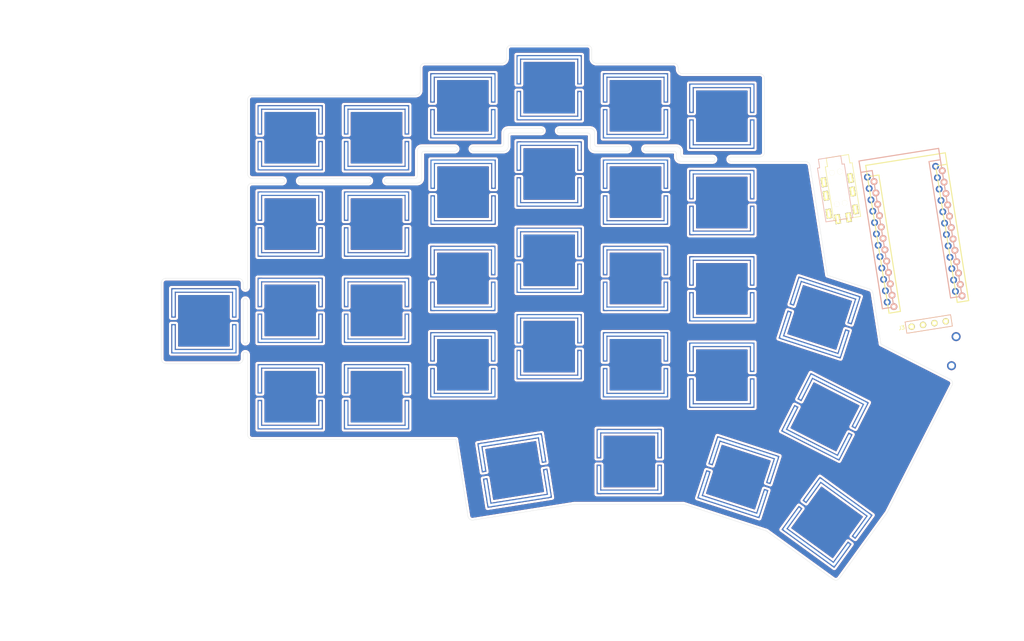
<source format=kicad_pcb>
(kicad_pcb (version 20171130) (host pcbnew 5.1.9-73d0e3b20d~88~ubuntu18.04.1)
  (layers (0 F.Cu signal) (31 B.Cu signal) (34 B.Paste user) (35 F.Paste user) (36 B.SilkS user) (37 F.SilkS user) (38 B.Mask user) (39 F.Mask user) (44 Edge.Cuts user))
  (net 0 "")
  (module used_footprints:Switch_Reset_THT (layer F.Cu) (at 251.45 98.1 81)
    (fp_text reference SW32 hide)
    (fp_text value SW_Push hide)
    (pad 2 thru_hole circle (at -3.25 0 81) (size 2 2) (drill 1.3) (layers *.Cu *.Mask))
    (pad 1 thru_hole circle (at 3.25 0 81) (size 2 2) (drill 1.3) (layers *.Cu *.Mask))
  )
  (module used_footprints:metallized_breakout_cutout (layer F.Cu) (at 221.832335 90.660202 162)
    (fp_text reference SW20)
    (fp_text value SW_Push hide)
    (pad 1 thru_hole custom (at -6.7 3.95 162) (size 1 6.5) (drill oval 0.5 6) (layers *.Cu *.Mask) (options (clearance outline) (anchor rect)) (primitives))
    (pad 1 thru_hole custom (at -6.7 -3.95 162) (size 1 6.5) (drill oval 0.5 6) (layers *.Cu *.Mask) (options (clearance outline) (anchor rect)) (primitives))
    (pad 1 thru_hole custom (at 6.7 3.95 342) (size 1 6.5) (drill oval 0.5 6) (layers *.Cu *.Mask) (options (clearance outline) (anchor rect)) (primitives))
    (pad 1 thru_hole custom (at 0 -6.7 252) (size 1 14) (drill oval 0.5 13.5) (layers *.Cu *.Mask) (options (clearance outline) (anchor rect)) (primitives))
    (pad 1 thru_hole custom (at 0 6.7 72) (size 1 14) (drill oval 0.5 13.5) (layers *.Cu *.Mask) (options (clearance outline) (anchor rect)) (primitives))
    (pad 1 thru_hole custom (at 6.7 -3.95 342) (size 1 6.5) (drill oval 0.5 6) (layers *.Cu *.Mask) (options (clearance outline) (anchor rect)) (primitives))
  )
  (module used_footprints:MJ-4PP-9 (layer F.Cu) (at 226.05 56.968467 9)
    (fp_text reference J1 hide)
    (fp_text value TRRS hide)
    (fp_line (start 0.75 0) (end 0.75 -1.9) (layer B.SilkS) (width 0.15))
    (fp_line (start 1.25 0) (end 0.75 0) (layer B.SilkS) (width 0.15))
    (fp_line (start -4.2 -1.9) (end 0.75 -1.9) (layer B.SilkS) (width 0.15))
    (fp_line (start -4.25 0) (end -4.25 -1.9) (layer B.SilkS) (width 0.15))
    (fp_line (start -2.5 -1.9) (end 2.5 -1.9) (layer F.SilkS) (width 0.15))
    (fp_line (start 3 0) (end 2.5 0) (layer F.SilkS) (width 0.15))
    (fp_line (start -2.5 0) (end -2.5 -1.9) (layer F.SilkS) (width 0.15))
    (fp_line (start 2.5 0) (end 2.5 -1.9) (layer F.SilkS) (width 0.15))
    (fp_line (start -4.75 12) (end -4.75 0) (layer B.SilkS) (width 0.15))
    (fp_line (start 1.25 12) (end -4.75 12) (layer B.SilkS) (width 0.15))
    (fp_line (start 1.25 0) (end 1.25 12) (layer B.SilkS) (width 0.15))
    (fp_line (start -4.75 0) (end -4.25 0) (layer B.SilkS) (width 0.15))
    (fp_line (start -3 0) (end -2.5 0) (layer F.SilkS) (width 0.15))
    (fp_line (start 3 0) (end 3 12) (layer F.SilkS) (width 0.15))
    (fp_line (start 3 12) (end -3 12) (layer F.SilkS) (width 0.15))
    (fp_line (start -3 12) (end -3 0) (layer F.SilkS) (width 0.15))
    (pad "" np_thru_hole circle (at -1.75 8.5 9) (size 1.2 1.2) (drill 1.2) (layers *.Cu *.Mask F.SilkS))
    (pad "" np_thru_hole circle (at -1.75 1.5 9) (size 1.2 1.2) (drill 1.2) (layers *.Cu *.Mask F.SilkS))
    (pad 1 thru_hole rect (at -3.85 10.3 9) (size 1.2 2.1) (drill oval 0.5 1.6) (layers *.Cu *.Mask F.SilkS) (clearance 0.15))
    (pad 4 thru_hole rect (at 0.35 11.8 9) (size 1.2 2.1) (drill oval 0.5 1.6) (layers *.Cu *.Mask F.SilkS) (clearance 0.15))
    (pad 3 thru_hole rect (at -3.85 3.3 9) (size 1.2 2.1) (drill oval 0.5 1.6) (layers *.Cu *.Mask F.SilkS) (clearance 0.15))
    (pad 2 thru_hole rect (at -3.85 6.3 9) (size 1.2 2.1) (drill oval 0.5 1.6) (layers *.Cu *.Mask F.SilkS) (clearance 0.15))
    (pad "" np_thru_hole circle (at 0 1.5 9) (size 1.2 1.2) (drill 1.2) (layers *.Cu *.Mask F.SilkS))
    (pad "" np_thru_hole circle (at 0 8.5 9) (size 1.2 1.2) (drill 1.2) (layers *.Cu *.Mask F.SilkS))
    (pad 3 thru_hole rect (at 2.1 3.3 9) (size 1.2 2.1) (drill oval 0.5 1.6) (layers *.Cu *.Mask F.SilkS) (clearance 0.15))
    (pad 2 thru_hole rect (at 2.1 6.3 9) (size 1.2 2.1) (drill oval 0.5 1.6) (layers *.Cu *.Mask F.SilkS) (clearance 0.15))
    (pad 1 thru_hole rect (at 2.1 10.3 9) (size 1.2 2.1) (drill oval 0.5 1.6) (layers *.Cu *.Mask F.SilkS) (clearance 0.15))
    (pad 4 thru_hole rect (at -2.1 11.8 9) (size 1.2 2.1) (drill oval 0.5 1.6) (layers *.Cu *.Mask F.SilkS) (clearance 0.15))
  )
  (module used_footprints:metallized_breakout_cutout (layer F.Cu) (at 203.899066 125.901664 342)
    (fp_text reference SW30)
    (fp_text value SW_Push hide)
    (pad 1 thru_hole custom (at -6.7 3.95 342) (size 1 6.5) (drill oval 0.5 6) (layers *.Cu *.Mask) (options (clearance outline) (anchor rect)) (primitives))
    (pad 1 thru_hole custom (at -6.7 -3.95 342) (size 1 6.5) (drill oval 0.5 6) (layers *.Cu *.Mask) (options (clearance outline) (anchor rect)) (primitives))
    (pad 1 thru_hole custom (at 6.7 3.95 162) (size 1 6.5) (drill oval 0.5 6) (layers *.Cu *.Mask) (options (clearance outline) (anchor rect)) (primitives))
    (pad 1 thru_hole custom (at 0 -6.7 72) (size 1 14) (drill oval 0.5 13.5) (layers *.Cu *.Mask) (options (clearance outline) (anchor rect)) (primitives))
    (pad 1 thru_hole custom (at 0 6.7 252) (size 1 14) (drill oval 0.5 13.5) (layers *.Cu *.Mask) (options (clearance outline) (anchor rect)) (primitives))
    (pad 1 thru_hole custom (at 6.7 -3.95 162) (size 1 6.5) (drill oval 0.5 6) (layers *.Cu *.Mask) (options (clearance outline) (anchor rect)) (primitives))
  )
  (module used_footprints:metallized_breakout_cutout (layer F.Cu) (at 223.475602 135.880341 324)
    (fp_text reference SW31)
    (fp_text value SW_Push hide)
    (pad 1 thru_hole custom (at -6.7 3.95 324) (size 1 6.5) (drill oval 0.5 6) (layers *.Cu *.Mask) (options (clearance outline) (anchor rect)) (primitives))
    (pad 1 thru_hole custom (at -6.7 -3.95 324) (size 1 6.5) (drill oval 0.5 6) (layers *.Cu *.Mask) (options (clearance outline) (anchor rect)) (primitives))
    (pad 1 thru_hole custom (at 6.7 3.95 144) (size 1 6.5) (drill oval 0.5 6) (layers *.Cu *.Mask) (options (clearance outline) (anchor rect)) (primitives))
    (pad 1 thru_hole custom (at 0 -6.7 54) (size 1 14) (drill oval 0.5 13.5) (layers *.Cu *.Mask) (options (clearance outline) (anchor rect)) (primitives))
    (pad 1 thru_hole custom (at 0 6.7 234) (size 1 14) (drill oval 0.5 13.5) (layers *.Cu *.Mask) (options (clearance outline) (anchor rect)) (primitives))
    (pad 1 thru_hole custom (at 6.7 -3.95 144) (size 1 6.5) (drill oval 0.5 6) (layers *.Cu *.Mask) (options (clearance outline) (anchor rect)) (primitives))
  )
  (module used_footprints:metallized_breakout_cutout (layer F.Cu) (at 223.017686 112.590619 333)
    (fp_text reference SW27)
    (fp_text value SW_Push hide)
    (pad 1 thru_hole custom (at -6.7 3.95 333) (size 1 6.5) (drill oval 0.5 6) (layers *.Cu *.Mask) (options (clearance outline) (anchor rect)) (primitives))
    (pad 1 thru_hole custom (at -6.7 -3.95 333) (size 1 6.5) (drill oval 0.5 6) (layers *.Cu *.Mask) (options (clearance outline) (anchor rect)) (primitives))
    (pad 1 thru_hole custom (at 6.7 3.95 153) (size 1 6.5) (drill oval 0.5 6) (layers *.Cu *.Mask) (options (clearance outline) (anchor rect)) (primitives))
    (pad 1 thru_hole custom (at 0 -6.7 63) (size 1 14) (drill oval 0.5 13.5) (layers *.Cu *.Mask) (options (clearance outline) (anchor rect)) (primitives))
    (pad 1 thru_hole custom (at 0 6.7 243) (size 1 14) (drill oval 0.5 13.5) (layers *.Cu *.Mask) (options (clearance outline) (anchor rect)) (primitives))
    (pad 1 thru_hole custom (at 6.7 -3.95 153) (size 1 6.5) (drill oval 0.5 6) (layers *.Cu *.Mask) (options (clearance outline) (anchor rect)) (primitives))
  )
  (module used_footprints:metallized_breakout_cutout (layer F.Cu) (at 179.83 122.45)
    (fp_text reference SW29 hide)
    (fp_text value SW_Push hide)
    (pad 1 thru_hole custom (at -6.7 3.95) (size 1 6.5) (drill oval 0.5 6) (layers *.Cu *.Mask) (options (clearance outline) (anchor rect)) (primitives))
    (pad 1 thru_hole custom (at -6.7 -3.95) (size 1 6.5) (drill oval 0.5 6) (layers *.Cu *.Mask) (options (clearance outline) (anchor rect)) (primitives))
    (pad 1 thru_hole custom (at 6.7 3.95 180) (size 1 6.5) (drill oval 0.5 6) (layers *.Cu *.Mask) (options (clearance outline) (anchor rect)) (primitives))
    (pad 1 thru_hole custom (at 0 -6.7 90) (size 1 14) (drill oval 0.5 13.5) (layers *.Cu *.Mask) (options (clearance outline) (anchor rect)) (primitives))
    (pad 1 thru_hole custom (at 0 6.7 270) (size 1 14) (drill oval 0.5 13.5) (layers *.Cu *.Mask) (options (clearance outline) (anchor rect)) (primitives))
    (pad 1 thru_hole custom (at 6.7 -3.95 180) (size 1 6.5) (drill oval 0.5 6) (layers *.Cu *.Mask) (options (clearance outline) (anchor rect)) (primitives))
  )
  (module used_footprints:metallized_breakout_cutout (layer F.Cu) (at 154.534703 124.433498 9)
    (fp_text reference SW28 hide)
    (fp_text value SW_Push hide)
    (pad 1 thru_hole custom (at -6.7 3.95 9) (size 1 6.5) (drill oval 0.5 6) (layers *.Cu *.Mask) (options (clearance outline) (anchor rect)) (primitives))
    (pad 1 thru_hole custom (at -6.7 -3.95 9) (size 1 6.5) (drill oval 0.5 6) (layers *.Cu *.Mask) (options (clearance outline) (anchor rect)) (primitives))
    (pad 1 thru_hole custom (at 6.7 3.95 189) (size 1 6.5) (drill oval 0.5 6) (layers *.Cu *.Mask) (options (clearance outline) (anchor rect)) (primitives))
    (pad 1 thru_hole custom (at 0 -6.7 99) (size 1 14) (drill oval 0.5 13.5) (layers *.Cu *.Mask) (options (clearance outline) (anchor rect)) (primitives))
    (pad 1 thru_hole custom (at 0 6.7 279) (size 1 14) (drill oval 0.5 13.5) (layers *.Cu *.Mask) (options (clearance outline) (anchor rect)) (primitives))
    (pad 1 thru_hole custom (at 6.7 -3.95 189) (size 1 6.5) (drill oval 0.5 6) (layers *.Cu *.Mask) (options (clearance outline) (anchor rect)) (primitives))
  )
  (module used_footprints:metallized_breakout_cutout (layer F.Cu) (at 105 89.1 180)
    (fp_text reference SW1)
    (fp_text value SW_Push hide)
    (pad 1 thru_hole custom (at -6.7 3.95 180) (size 1 6.5) (drill oval 0.5 6) (layers *.Cu *.Mask) (options (clearance outline) (anchor rect)) (primitives))
    (pad 1 thru_hole custom (at -6.7 -3.95 180) (size 1 6.5) (drill oval 0.5 6) (layers *.Cu *.Mask) (options (clearance outline) (anchor rect)) (primitives))
    (pad 1 thru_hole custom (at 6.7 3.95) (size 1 6.5) (drill oval 0.5 6) (layers *.Cu *.Mask) (options (clearance outline) (anchor rect)) (primitives))
    (pad 1 thru_hole custom (at 0 -6.7 270) (size 1 14) (drill oval 0.5 13.5) (layers *.Cu *.Mask) (options (clearance outline) (anchor rect)) (primitives))
    (pad 1 thru_hole custom (at 0 6.7 90) (size 1 14) (drill oval 0.5 13.5) (layers *.Cu *.Mask) (options (clearance outline) (anchor rect)) (primitives))
    (pad 1 thru_hole custom (at 6.7 -3.95) (size 1 6.5) (drill oval 0.5 6) (layers *.Cu *.Mask) (options (clearance outline) (anchor rect)) (primitives))
  )
  (module used_footprints:metallized_breakout_cutout (layer F.Cu) (at 200.25 103.4 180)
    (fp_text reference SW1)
    (fp_text value SW_Push hide)
    (pad 1 thru_hole custom (at -6.7 3.95 180) (size 1 6.5) (drill oval 0.5 6) (layers *.Cu *.Mask) (options (clearance outline) (anchor rect)) (primitives))
    (pad 1 thru_hole custom (at -6.7 -3.95 180) (size 1 6.5) (drill oval 0.5 6) (layers *.Cu *.Mask) (options (clearance outline) (anchor rect)) (primitives))
    (pad 1 thru_hole custom (at 6.7 3.95) (size 1 6.5) (drill oval 0.5 6) (layers *.Cu *.Mask) (options (clearance outline) (anchor rect)) (primitives))
    (pad 1 thru_hole custom (at 0 -6.7 270) (size 1 14) (drill oval 0.5 13.5) (layers *.Cu *.Mask) (options (clearance outline) (anchor rect)) (primitives))
    (pad 1 thru_hole custom (at 0 6.7 90) (size 1 14) (drill oval 0.5 13.5) (layers *.Cu *.Mask) (options (clearance outline) (anchor rect)) (primitives))
    (pad 1 thru_hole custom (at 6.7 -3.95) (size 1 6.5) (drill oval 0.5 6) (layers *.Cu *.Mask) (options (clearance outline) (anchor rect)) (primitives))
  )
  (module used_footprints:metallized_breakout_cutout (layer F.Cu) (at 200.25 84.35 180)
    (fp_text reference SW1)
    (fp_text value SW_Push hide)
    (pad 1 thru_hole custom (at -6.7 3.95 180) (size 1 6.5) (drill oval 0.5 6) (layers *.Cu *.Mask) (options (clearance outline) (anchor rect)) (primitives))
    (pad 1 thru_hole custom (at -6.7 -3.95 180) (size 1 6.5) (drill oval 0.5 6) (layers *.Cu *.Mask) (options (clearance outline) (anchor rect)) (primitives))
    (pad 1 thru_hole custom (at 6.7 3.95) (size 1 6.5) (drill oval 0.5 6) (layers *.Cu *.Mask) (options (clearance outline) (anchor rect)) (primitives))
    (pad 1 thru_hole custom (at 0 -6.7 270) (size 1 14) (drill oval 0.5 13.5) (layers *.Cu *.Mask) (options (clearance outline) (anchor rect)) (primitives))
    (pad 1 thru_hole custom (at 0 6.7 90) (size 1 14) (drill oval 0.5 13.5) (layers *.Cu *.Mask) (options (clearance outline) (anchor rect)) (primitives))
    (pad 1 thru_hole custom (at 6.7 -3.95) (size 1 6.5) (drill oval 0.5 6) (layers *.Cu *.Mask) (options (clearance outline) (anchor rect)) (primitives))
  )
  (module used_footprints:metallized_breakout_cutout (layer F.Cu) (at 200.25 65.3 180)
    (fp_text reference SW1)
    (fp_text value SW_Push hide)
    (pad 1 thru_hole custom (at -6.7 3.95 180) (size 1 6.5) (drill oval 0.5 6) (layers *.Cu *.Mask) (options (clearance outline) (anchor rect)) (primitives))
    (pad 1 thru_hole custom (at -6.7 -3.95 180) (size 1 6.5) (drill oval 0.5 6) (layers *.Cu *.Mask) (options (clearance outline) (anchor rect)) (primitives))
    (pad 1 thru_hole custom (at 6.7 3.95) (size 1 6.5) (drill oval 0.5 6) (layers *.Cu *.Mask) (options (clearance outline) (anchor rect)) (primitives))
    (pad 1 thru_hole custom (at 0 -6.7 270) (size 1 14) (drill oval 0.5 13.5) (layers *.Cu *.Mask) (options (clearance outline) (anchor rect)) (primitives))
    (pad 1 thru_hole custom (at 0 6.7 90) (size 1 14) (drill oval 0.5 13.5) (layers *.Cu *.Mask) (options (clearance outline) (anchor rect)) (primitives))
    (pad 1 thru_hole custom (at 6.7 -3.95) (size 1 6.5) (drill oval 0.5 6) (layers *.Cu *.Mask) (options (clearance outline) (anchor rect)) (primitives))
  )
  (module used_footprints:metallized_breakout_cutout (layer F.Cu) (at 200.25 46.25 180)
    (fp_text reference SW1)
    (fp_text value SW_Push hide)
    (pad 1 thru_hole custom (at -6.7 3.95 180) (size 1 6.5) (drill oval 0.5 6) (layers *.Cu *.Mask) (options (clearance outline) (anchor rect)) (primitives))
    (pad 1 thru_hole custom (at -6.7 -3.95 180) (size 1 6.5) (drill oval 0.5 6) (layers *.Cu *.Mask) (options (clearance outline) (anchor rect)) (primitives))
    (pad 1 thru_hole custom (at 6.7 3.95) (size 1 6.5) (drill oval 0.5 6) (layers *.Cu *.Mask) (options (clearance outline) (anchor rect)) (primitives))
    (pad 1 thru_hole custom (at 0 -6.7 270) (size 1 14) (drill oval 0.5 13.5) (layers *.Cu *.Mask) (options (clearance outline) (anchor rect)) (primitives))
    (pad 1 thru_hole custom (at 0 6.7 90) (size 1 14) (drill oval 0.5 13.5) (layers *.Cu *.Mask) (options (clearance outline) (anchor rect)) (primitives))
    (pad 1 thru_hole custom (at 6.7 -3.95) (size 1 6.5) (drill oval 0.5 6) (layers *.Cu *.Mask) (options (clearance outline) (anchor rect)) (primitives))
  )
  (module used_footprints:metallized_breakout_cutout (layer F.Cu) (at 181.2 101.1 180)
    (fp_text reference SW1)
    (fp_text value SW_Push hide)
    (pad 1 thru_hole custom (at -6.7 3.95 180) (size 1 6.5) (drill oval 0.5 6) (layers *.Cu *.Mask) (options (clearance outline) (anchor rect)) (primitives))
    (pad 1 thru_hole custom (at -6.7 -3.95 180) (size 1 6.5) (drill oval 0.5 6) (layers *.Cu *.Mask) (options (clearance outline) (anchor rect)) (primitives))
    (pad 1 thru_hole custom (at 6.7 3.95) (size 1 6.5) (drill oval 0.5 6) (layers *.Cu *.Mask) (options (clearance outline) (anchor rect)) (primitives))
    (pad 1 thru_hole custom (at 0 -6.7 270) (size 1 14) (drill oval 0.5 13.5) (layers *.Cu *.Mask) (options (clearance outline) (anchor rect)) (primitives))
    (pad 1 thru_hole custom (at 0 6.7 90) (size 1 14) (drill oval 0.5 13.5) (layers *.Cu *.Mask) (options (clearance outline) (anchor rect)) (primitives))
    (pad 1 thru_hole custom (at 6.7 -3.95) (size 1 6.5) (drill oval 0.5 6) (layers *.Cu *.Mask) (options (clearance outline) (anchor rect)) (primitives))
  )
  (module used_footprints:metallized_breakout_cutout (layer F.Cu) (at 181.2 82.05 180)
    (fp_text reference SW1)
    (fp_text value SW_Push hide)
    (pad 1 thru_hole custom (at -6.7 3.95 180) (size 1 6.5) (drill oval 0.5 6) (layers *.Cu *.Mask) (options (clearance outline) (anchor rect)) (primitives))
    (pad 1 thru_hole custom (at -6.7 -3.95 180) (size 1 6.5) (drill oval 0.5 6) (layers *.Cu *.Mask) (options (clearance outline) (anchor rect)) (primitives))
    (pad 1 thru_hole custom (at 6.7 3.95) (size 1 6.5) (drill oval 0.5 6) (layers *.Cu *.Mask) (options (clearance outline) (anchor rect)) (primitives))
    (pad 1 thru_hole custom (at 0 -6.7 270) (size 1 14) (drill oval 0.5 13.5) (layers *.Cu *.Mask) (options (clearance outline) (anchor rect)) (primitives))
    (pad 1 thru_hole custom (at 0 6.7 90) (size 1 14) (drill oval 0.5 13.5) (layers *.Cu *.Mask) (options (clearance outline) (anchor rect)) (primitives))
    (pad 1 thru_hole custom (at 6.7 -3.95) (size 1 6.5) (drill oval 0.5 6) (layers *.Cu *.Mask) (options (clearance outline) (anchor rect)) (primitives))
  )
  (module used_footprints:metallized_breakout_cutout (layer F.Cu) (at 181.2 63 180)
    (fp_text reference SW1)
    (fp_text value SW_Push hide)
    (pad 1 thru_hole custom (at -6.7 3.95 180) (size 1 6.5) (drill oval 0.5 6) (layers *.Cu *.Mask) (options (clearance outline) (anchor rect)) (primitives))
    (pad 1 thru_hole custom (at -6.7 -3.95 180) (size 1 6.5) (drill oval 0.5 6) (layers *.Cu *.Mask) (options (clearance outline) (anchor rect)) (primitives))
    (pad 1 thru_hole custom (at 6.7 3.95) (size 1 6.5) (drill oval 0.5 6) (layers *.Cu *.Mask) (options (clearance outline) (anchor rect)) (primitives))
    (pad 1 thru_hole custom (at 0 -6.7 270) (size 1 14) (drill oval 0.5 13.5) (layers *.Cu *.Mask) (options (clearance outline) (anchor rect)) (primitives))
    (pad 1 thru_hole custom (at 0 6.7 90) (size 1 14) (drill oval 0.5 13.5) (layers *.Cu *.Mask) (options (clearance outline) (anchor rect)) (primitives))
    (pad 1 thru_hole custom (at 6.7 -3.95) (size 1 6.5) (drill oval 0.5 6) (layers *.Cu *.Mask) (options (clearance outline) (anchor rect)) (primitives))
  )
  (module used_footprints:metallized_breakout_cutout (layer F.Cu) (at 181.2 43.95 180)
    (fp_text reference SW1)
    (fp_text value SW_Push hide)
    (pad 1 thru_hole custom (at -6.7 3.95 180) (size 1 6.5) (drill oval 0.5 6) (layers *.Cu *.Mask) (options (clearance outline) (anchor rect)) (primitives))
    (pad 1 thru_hole custom (at -6.7 -3.95 180) (size 1 6.5) (drill oval 0.5 6) (layers *.Cu *.Mask) (options (clearance outline) (anchor rect)) (primitives))
    (pad 1 thru_hole custom (at 6.7 3.95) (size 1 6.5) (drill oval 0.5 6) (layers *.Cu *.Mask) (options (clearance outline) (anchor rect)) (primitives))
    (pad 1 thru_hole custom (at 0 -6.7 270) (size 1 14) (drill oval 0.5 13.5) (layers *.Cu *.Mask) (options (clearance outline) (anchor rect)) (primitives))
    (pad 1 thru_hole custom (at 0 6.7 90) (size 1 14) (drill oval 0.5 13.5) (layers *.Cu *.Mask) (options (clearance outline) (anchor rect)) (primitives))
    (pad 1 thru_hole custom (at 6.7 -3.95) (size 1 6.5) (drill oval 0.5 6) (layers *.Cu *.Mask) (options (clearance outline) (anchor rect)) (primitives))
  )
  (module used_footprints:metallized_breakout_cutout (layer F.Cu) (at 162.15 39.95 180)
    (fp_text reference SW1)
    (fp_text value SW_Push hide)
    (pad 1 thru_hole custom (at -6.7 3.95 180) (size 1 6.5) (drill oval 0.5 6) (layers *.Cu *.Mask) (options (clearance outline) (anchor rect)) (primitives))
    (pad 1 thru_hole custom (at -6.7 -3.95 180) (size 1 6.5) (drill oval 0.5 6) (layers *.Cu *.Mask) (options (clearance outline) (anchor rect)) (primitives))
    (pad 1 thru_hole custom (at 6.7 3.95) (size 1 6.5) (drill oval 0.5 6) (layers *.Cu *.Mask) (options (clearance outline) (anchor rect)) (primitives))
    (pad 1 thru_hole custom (at 0 -6.7 270) (size 1 14) (drill oval 0.5 13.5) (layers *.Cu *.Mask) (options (clearance outline) (anchor rect)) (primitives))
    (pad 1 thru_hole custom (at 0 6.7 90) (size 1 14) (drill oval 0.5 13.5) (layers *.Cu *.Mask) (options (clearance outline) (anchor rect)) (primitives))
    (pad 1 thru_hole custom (at 6.7 -3.95) (size 1 6.5) (drill oval 0.5 6) (layers *.Cu *.Mask) (options (clearance outline) (anchor rect)) (primitives))
  )
  (module used_footprints:metallized_breakout_cutout (layer F.Cu) (at 162.15 59 180)
    (fp_text reference SW1)
    (fp_text value SW_Push hide)
    (pad 1 thru_hole custom (at -6.7 3.95 180) (size 1 6.5) (drill oval 0.5 6) (layers *.Cu *.Mask) (options (clearance outline) (anchor rect)) (primitives))
    (pad 1 thru_hole custom (at -6.7 -3.95 180) (size 1 6.5) (drill oval 0.5 6) (layers *.Cu *.Mask) (options (clearance outline) (anchor rect)) (primitives))
    (pad 1 thru_hole custom (at 6.7 3.95) (size 1 6.5) (drill oval 0.5 6) (layers *.Cu *.Mask) (options (clearance outline) (anchor rect)) (primitives))
    (pad 1 thru_hole custom (at 0 -6.7 270) (size 1 14) (drill oval 0.5 13.5) (layers *.Cu *.Mask) (options (clearance outline) (anchor rect)) (primitives))
    (pad 1 thru_hole custom (at 0 6.7 90) (size 1 14) (drill oval 0.5 13.5) (layers *.Cu *.Mask) (options (clearance outline) (anchor rect)) (primitives))
    (pad 1 thru_hole custom (at 6.7 -3.95) (size 1 6.5) (drill oval 0.5 6) (layers *.Cu *.Mask) (options (clearance outline) (anchor rect)) (primitives))
  )
  (module used_footprints:metallized_breakout_cutout (layer F.Cu) (at 162.15 78.05 180)
    (fp_text reference SW1)
    (fp_text value SW_Push hide)
    (pad 1 thru_hole custom (at -6.7 3.95 180) (size 1 6.5) (drill oval 0.5 6) (layers *.Cu *.Mask) (options (clearance outline) (anchor rect)) (primitives))
    (pad 1 thru_hole custom (at -6.7 -3.95 180) (size 1 6.5) (drill oval 0.5 6) (layers *.Cu *.Mask) (options (clearance outline) (anchor rect)) (primitives))
    (pad 1 thru_hole custom (at 6.7 3.95) (size 1 6.5) (drill oval 0.5 6) (layers *.Cu *.Mask) (options (clearance outline) (anchor rect)) (primitives))
    (pad 1 thru_hole custom (at 0 -6.7 270) (size 1 14) (drill oval 0.5 13.5) (layers *.Cu *.Mask) (options (clearance outline) (anchor rect)) (primitives))
    (pad 1 thru_hole custom (at 0 6.7 90) (size 1 14) (drill oval 0.5 13.5) (layers *.Cu *.Mask) (options (clearance outline) (anchor rect)) (primitives))
    (pad 1 thru_hole custom (at 6.7 -3.95) (size 1 6.5) (drill oval 0.5 6) (layers *.Cu *.Mask) (options (clearance outline) (anchor rect)) (primitives))
  )
  (module used_footprints:metallized_breakout_cutout (layer F.Cu) (at 162.15 97.1 180)
    (fp_text reference SW1)
    (fp_text value SW_Push hide)
    (pad 1 thru_hole custom (at -6.7 3.95 180) (size 1 6.5) (drill oval 0.5 6) (layers *.Cu *.Mask) (options (clearance outline) (anchor rect)) (primitives))
    (pad 1 thru_hole custom (at -6.7 -3.95 180) (size 1 6.5) (drill oval 0.5 6) (layers *.Cu *.Mask) (options (clearance outline) (anchor rect)) (primitives))
    (pad 1 thru_hole custom (at 6.7 3.95) (size 1 6.5) (drill oval 0.5 6) (layers *.Cu *.Mask) (options (clearance outline) (anchor rect)) (primitives))
    (pad 1 thru_hole custom (at 0 -6.7 270) (size 1 14) (drill oval 0.5 13.5) (layers *.Cu *.Mask) (options (clearance outline) (anchor rect)) (primitives))
    (pad 1 thru_hole custom (at 0 6.7 90) (size 1 14) (drill oval 0.5 13.5) (layers *.Cu *.Mask) (options (clearance outline) (anchor rect)) (primitives))
    (pad 1 thru_hole custom (at 6.7 -3.95) (size 1 6.5) (drill oval 0.5 6) (layers *.Cu *.Mask) (options (clearance outline) (anchor rect)) (primitives))
  )
  (module used_footprints:metallized_breakout_cutout (layer F.Cu) (at 143.1 101.1 180)
    (fp_text reference SW1)
    (fp_text value SW_Push hide)
    (pad 1 thru_hole custom (at -6.7 3.95 180) (size 1 6.5) (drill oval 0.5 6) (layers *.Cu *.Mask) (options (clearance outline) (anchor rect)) (primitives))
    (pad 1 thru_hole custom (at -6.7 -3.95 180) (size 1 6.5) (drill oval 0.5 6) (layers *.Cu *.Mask) (options (clearance outline) (anchor rect)) (primitives))
    (pad 1 thru_hole custom (at 6.7 3.95) (size 1 6.5) (drill oval 0.5 6) (layers *.Cu *.Mask) (options (clearance outline) (anchor rect)) (primitives))
    (pad 1 thru_hole custom (at 0 -6.7 270) (size 1 14) (drill oval 0.5 13.5) (layers *.Cu *.Mask) (options (clearance outline) (anchor rect)) (primitives))
    (pad 1 thru_hole custom (at 0 6.7 90) (size 1 14) (drill oval 0.5 13.5) (layers *.Cu *.Mask) (options (clearance outline) (anchor rect)) (primitives))
    (pad 1 thru_hole custom (at 6.7 -3.95) (size 1 6.5) (drill oval 0.5 6) (layers *.Cu *.Mask) (options (clearance outline) (anchor rect)) (primitives))
  )
  (module used_footprints:metallized_breakout_cutout (layer F.Cu) (at 143.1 82.05 180)
    (fp_text reference SW1)
    (fp_text value SW_Push hide)
    (pad 1 thru_hole custom (at -6.7 3.95 180) (size 1 6.5) (drill oval 0.5 6) (layers *.Cu *.Mask) (options (clearance outline) (anchor rect)) (primitives))
    (pad 1 thru_hole custom (at -6.7 -3.95 180) (size 1 6.5) (drill oval 0.5 6) (layers *.Cu *.Mask) (options (clearance outline) (anchor rect)) (primitives))
    (pad 1 thru_hole custom (at 6.7 3.95) (size 1 6.5) (drill oval 0.5 6) (layers *.Cu *.Mask) (options (clearance outline) (anchor rect)) (primitives))
    (pad 1 thru_hole custom (at 0 -6.7 270) (size 1 14) (drill oval 0.5 13.5) (layers *.Cu *.Mask) (options (clearance outline) (anchor rect)) (primitives))
    (pad 1 thru_hole custom (at 0 6.7 90) (size 1 14) (drill oval 0.5 13.5) (layers *.Cu *.Mask) (options (clearance outline) (anchor rect)) (primitives))
    (pad 1 thru_hole custom (at 6.7 -3.95) (size 1 6.5) (drill oval 0.5 6) (layers *.Cu *.Mask) (options (clearance outline) (anchor rect)) (primitives))
  )
  (module used_footprints:metallized_breakout_cutout (layer F.Cu) (at 143.15 63 180)
    (fp_text reference SW1)
    (fp_text value SW_Push hide)
    (pad 1 thru_hole custom (at -6.7 3.95 180) (size 1 6.5) (drill oval 0.5 6) (layers *.Cu *.Mask) (options (clearance outline) (anchor rect)) (primitives))
    (pad 1 thru_hole custom (at -6.7 -3.95 180) (size 1 6.5) (drill oval 0.5 6) (layers *.Cu *.Mask) (options (clearance outline) (anchor rect)) (primitives))
    (pad 1 thru_hole custom (at 6.7 3.95) (size 1 6.5) (drill oval 0.5 6) (layers *.Cu *.Mask) (options (clearance outline) (anchor rect)) (primitives))
    (pad 1 thru_hole custom (at 0 -6.7 270) (size 1 14) (drill oval 0.5 13.5) (layers *.Cu *.Mask) (options (clearance outline) (anchor rect)) (primitives))
    (pad 1 thru_hole custom (at 0 6.7 90) (size 1 14) (drill oval 0.5 13.5) (layers *.Cu *.Mask) (options (clearance outline) (anchor rect)) (primitives))
    (pad 1 thru_hole custom (at 6.7 -3.95) (size 1 6.5) (drill oval 0.5 6) (layers *.Cu *.Mask) (options (clearance outline) (anchor rect)) (primitives))
  )
  (module used_footprints:metallized_breakout_cutout (layer F.Cu) (at 143.1 43.95 180)
    (fp_text reference SW1)
    (fp_text value SW_Push hide)
    (pad 1 thru_hole custom (at -6.7 3.95 180) (size 1 6.5) (drill oval 0.5 6) (layers *.Cu *.Mask) (options (clearance outline) (anchor rect)) (primitives))
    (pad 1 thru_hole custom (at -6.7 -3.95 180) (size 1 6.5) (drill oval 0.5 6) (layers *.Cu *.Mask) (options (clearance outline) (anchor rect)) (primitives))
    (pad 1 thru_hole custom (at 6.7 3.95) (size 1 6.5) (drill oval 0.5 6) (layers *.Cu *.Mask) (options (clearance outline) (anchor rect)) (primitives))
    (pad 1 thru_hole custom (at 0 -6.7 270) (size 1 14) (drill oval 0.5 13.5) (layers *.Cu *.Mask) (options (clearance outline) (anchor rect)) (primitives))
    (pad 1 thru_hole custom (at 0 6.7 90) (size 1 14) (drill oval 0.5 13.5) (layers *.Cu *.Mask) (options (clearance outline) (anchor rect)) (primitives))
    (pad 1 thru_hole custom (at 6.7 -3.95) (size 1 6.5) (drill oval 0.5 6) (layers *.Cu *.Mask) (options (clearance outline) (anchor rect)) (primitives))
  )
  (module used_footprints:metallized_breakout_cutout (layer F.Cu) (at 124.05 51 180)
    (fp_text reference SW1)
    (fp_text value SW_Push hide)
    (pad 1 thru_hole custom (at -6.7 3.95 180) (size 1 6.5) (drill oval 0.5 6) (layers *.Cu *.Mask) (options (clearance outline) (anchor rect)) (primitives))
    (pad 1 thru_hole custom (at -6.7 -3.95 180) (size 1 6.5) (drill oval 0.5 6) (layers *.Cu *.Mask) (options (clearance outline) (anchor rect)) (primitives))
    (pad 1 thru_hole custom (at 6.7 3.95) (size 1 6.5) (drill oval 0.5 6) (layers *.Cu *.Mask) (options (clearance outline) (anchor rect)) (primitives))
    (pad 1 thru_hole custom (at 0 -6.7 270) (size 1 14) (drill oval 0.5 13.5) (layers *.Cu *.Mask) (options (clearance outline) (anchor rect)) (primitives))
    (pad 1 thru_hole custom (at 0 6.7 90) (size 1 14) (drill oval 0.5 13.5) (layers *.Cu *.Mask) (options (clearance outline) (anchor rect)) (primitives))
    (pad 1 thru_hole custom (at 6.7 -3.95) (size 1 6.5) (drill oval 0.5 6) (layers *.Cu *.Mask) (options (clearance outline) (anchor rect)) (primitives))
  )
  (module used_footprints:metallized_breakout_cutout (layer F.Cu) (at 124.05 70.05 180)
    (fp_text reference SW1)
    (fp_text value SW_Push hide)
    (pad 1 thru_hole custom (at -6.7 3.95 180) (size 1 6.5) (drill oval 0.5 6) (layers *.Cu *.Mask) (options (clearance outline) (anchor rect)) (primitives))
    (pad 1 thru_hole custom (at -6.7 -3.95 180) (size 1 6.5) (drill oval 0.5 6) (layers *.Cu *.Mask) (options (clearance outline) (anchor rect)) (primitives))
    (pad 1 thru_hole custom (at 6.7 3.95) (size 1 6.5) (drill oval 0.5 6) (layers *.Cu *.Mask) (options (clearance outline) (anchor rect)) (primitives))
    (pad 1 thru_hole custom (at 0 -6.7 270) (size 1 14) (drill oval 0.5 13.5) (layers *.Cu *.Mask) (options (clearance outline) (anchor rect)) (primitives))
    (pad 1 thru_hole custom (at 0 6.7 90) (size 1 14) (drill oval 0.5 13.5) (layers *.Cu *.Mask) (options (clearance outline) (anchor rect)) (primitives))
    (pad 1 thru_hole custom (at 6.7 -3.95) (size 1 6.5) (drill oval 0.5 6) (layers *.Cu *.Mask) (options (clearance outline) (anchor rect)) (primitives))
  )
  (module used_footprints:metallized_breakout_cutout (layer F.Cu) (at 124.05 89.1 180)
    (fp_text reference SW1)
    (fp_text value SW_Push hide)
    (pad 1 thru_hole custom (at -6.7 3.95 180) (size 1 6.5) (drill oval 0.5 6) (layers *.Cu *.Mask) (options (clearance outline) (anchor rect)) (primitives))
    (pad 1 thru_hole custom (at -6.7 -3.95 180) (size 1 6.5) (drill oval 0.5 6) (layers *.Cu *.Mask) (options (clearance outline) (anchor rect)) (primitives))
    (pad 1 thru_hole custom (at 6.7 3.95) (size 1 6.5) (drill oval 0.5 6) (layers *.Cu *.Mask) (options (clearance outline) (anchor rect)) (primitives))
    (pad 1 thru_hole custom (at 0 -6.7 270) (size 1 14) (drill oval 0.5 13.5) (layers *.Cu *.Mask) (options (clearance outline) (anchor rect)) (primitives))
    (pad 1 thru_hole custom (at 0 6.7 90) (size 1 14) (drill oval 0.5 13.5) (layers *.Cu *.Mask) (options (clearance outline) (anchor rect)) (primitives))
    (pad 1 thru_hole custom (at 6.7 -3.95) (size 1 6.5) (drill oval 0.5 6) (layers *.Cu *.Mask) (options (clearance outline) (anchor rect)) (primitives))
  )
  (module used_footprints:metallized_breakout_cutout (layer F.Cu) (at 124.05 108.15 180)
    (fp_text reference SW1)
    (fp_text value SW_Push hide)
    (pad 1 thru_hole custom (at -6.7 3.95 180) (size 1 6.5) (drill oval 0.5 6) (layers *.Cu *.Mask) (options (clearance outline) (anchor rect)) (primitives))
    (pad 1 thru_hole custom (at -6.7 -3.95 180) (size 1 6.5) (drill oval 0.5 6) (layers *.Cu *.Mask) (options (clearance outline) (anchor rect)) (primitives))
    (pad 1 thru_hole custom (at 6.7 3.95) (size 1 6.5) (drill oval 0.5 6) (layers *.Cu *.Mask) (options (clearance outline) (anchor rect)) (primitives))
    (pad 1 thru_hole custom (at 0 -6.7 270) (size 1 14) (drill oval 0.5 13.5) (layers *.Cu *.Mask) (options (clearance outline) (anchor rect)) (primitives))
    (pad 1 thru_hole custom (at 0 6.7 90) (size 1 14) (drill oval 0.5 13.5) (layers *.Cu *.Mask) (options (clearance outline) (anchor rect)) (primitives))
    (pad 1 thru_hole custom (at 6.7 -3.95) (size 1 6.5) (drill oval 0.5 6) (layers *.Cu *.Mask) (options (clearance outline) (anchor rect)) (primitives))
  )
  (module used_footprints:metallized_breakout_cutout (layer F.Cu) (at 105 108.15 180)
    (fp_text reference SW1)
    (fp_text value SW_Push hide)
    (pad 1 thru_hole custom (at -6.7 3.95 180) (size 1 6.5) (drill oval 0.5 6) (layers *.Cu *.Mask) (options (clearance outline) (anchor rect)) (primitives))
    (pad 1 thru_hole custom (at -6.7 -3.95 180) (size 1 6.5) (drill oval 0.5 6) (layers *.Cu *.Mask) (options (clearance outline) (anchor rect)) (primitives))
    (pad 1 thru_hole custom (at 6.7 3.95) (size 1 6.5) (drill oval 0.5 6) (layers *.Cu *.Mask) (options (clearance outline) (anchor rect)) (primitives))
    (pad 1 thru_hole custom (at 0 -6.7 270) (size 1 14) (drill oval 0.5 13.5) (layers *.Cu *.Mask) (options (clearance outline) (anchor rect)) (primitives))
    (pad 1 thru_hole custom (at 0 6.7 90) (size 1 14) (drill oval 0.5 13.5) (layers *.Cu *.Mask) (options (clearance outline) (anchor rect)) (primitives))
    (pad 1 thru_hole custom (at 6.7 -3.95) (size 1 6.5) (drill oval 0.5 6) (layers *.Cu *.Mask) (options (clearance outline) (anchor rect)) (primitives))
  )
  (module used_footprints:metallized_breakout_cutout (layer F.Cu) (at 85.95 91.4 180)
    (fp_text reference SW1)
    (fp_text value SW_Push hide)
    (pad 1 thru_hole custom (at -6.7 3.95 180) (size 1 6.5) (drill oval 0.5 6) (layers *.Cu *.Mask) (options (clearance outline) (anchor rect)) (primitives))
    (pad 1 thru_hole custom (at -6.7 -3.95 180) (size 1 6.5) (drill oval 0.5 6) (layers *.Cu *.Mask) (options (clearance outline) (anchor rect)) (primitives))
    (pad 1 thru_hole custom (at 6.7 3.95) (size 1 6.5) (drill oval 0.5 6) (layers *.Cu *.Mask) (options (clearance outline) (anchor rect)) (primitives))
    (pad 1 thru_hole custom (at 0 -6.7 270) (size 1 14) (drill oval 0.5 13.5) (layers *.Cu *.Mask) (options (clearance outline) (anchor rect)) (primitives))
    (pad 1 thru_hole custom (at 0 6.7 90) (size 1 14) (drill oval 0.5 13.5) (layers *.Cu *.Mask) (options (clearance outline) (anchor rect)) (primitives))
    (pad 1 thru_hole custom (at 6.7 -3.95) (size 1 6.5) (drill oval 0.5 6) (layers *.Cu *.Mask) (options (clearance outline) (anchor rect)) (primitives))
  )
  (module used_footprints:metallized_breakout_cutout (layer F.Cu) (at 105 70.05 180)
    (fp_text reference SW1)
    (fp_text value SW_Push hide)
    (pad 1 thru_hole custom (at -6.7 3.95 180) (size 1 6.5) (drill oval 0.5 6) (layers *.Cu *.Mask) (options (clearance outline) (anchor rect)) (primitives))
    (pad 1 thru_hole custom (at -6.7 -3.95 180) (size 1 6.5) (drill oval 0.5 6) (layers *.Cu *.Mask) (options (clearance outline) (anchor rect)) (primitives))
    (pad 1 thru_hole custom (at 6.7 3.95) (size 1 6.5) (drill oval 0.5 6) (layers *.Cu *.Mask) (options (clearance outline) (anchor rect)) (primitives))
    (pad 1 thru_hole custom (at 0 -6.7 270) (size 1 14) (drill oval 0.5 13.5) (layers *.Cu *.Mask) (options (clearance outline) (anchor rect)) (primitives))
    (pad 1 thru_hole custom (at 0 6.7 90) (size 1 14) (drill oval 0.5 13.5) (layers *.Cu *.Mask) (options (clearance outline) (anchor rect)) (primitives))
    (pad 1 thru_hole custom (at 6.7 -3.95) (size 1 6.5) (drill oval 0.5 6) (layers *.Cu *.Mask) (options (clearance outline) (anchor rect)) (primitives))
  )
  (module used_footprints:metallized_breakout_cutout (layer F.Cu) (at 105 51 180)
    (fp_text reference SW1)
    (fp_text value SW_Push hide)
    (pad 1 thru_hole custom (at -6.7 3.95 180) (size 1 6.5) (drill oval 0.5 6) (layers *.Cu *.Mask) (options (clearance outline) (anchor rect)) (primitives))
    (pad 1 thru_hole custom (at -6.7 -3.95 180) (size 1 6.5) (drill oval 0.5 6) (layers *.Cu *.Mask) (options (clearance outline) (anchor rect)) (primitives))
    (pad 1 thru_hole custom (at 6.7 3.95) (size 1 6.5) (drill oval 0.5 6) (layers *.Cu *.Mask) (options (clearance outline) (anchor rect)) (primitives))
    (pad 1 thru_hole custom (at 0 -6.7 270) (size 1 14) (drill oval 0.5 13.5) (layers *.Cu *.Mask) (options (clearance outline) (anchor rect)) (primitives))
    (pad 1 thru_hole custom (at 0 6.7 90) (size 1 14) (drill oval 0.5 13.5) (layers *.Cu *.Mask) (options (clearance outline) (anchor rect)) (primitives))
    (pad 1 thru_hole custom (at 6.7 -3.95) (size 1 6.5) (drill oval 0.5 6) (layers *.Cu *.Mask) (options (clearance outline) (anchor rect)) (primitives))
  )
  (module used_footprints:OLED_4Pin (layer F.Cu) (at 242.15 92.7 9)
    (fp_text reference J3 (at -2.212023 -0.097234 189) (layer F.SilkS) (effects (font (size 0.8128 0.8128))))
    (fp_text value OLED hide)
    (fp_line (start -1.27 1.27) (end -1.27 -1.27) (layer F.SilkS) (width 0.15))
    (fp_line (start 8.89 -1.27) (end 8.89 1.27) (layer F.SilkS) (width 0.15))
    (fp_line (start -1.27 -1.27) (end 8.89 -1.27) (layer F.SilkS) (width 0.15))
    (fp_line (start -1.27 1.27) (end 8.89 1.27) (layer F.SilkS) (width 0.15))
    (fp_line (start -1.27 1.27) (end -1.27 -1.27) (layer B.SilkS) (width 0.15))
    (fp_line (start 8.89 1.27) (end -1.27 1.27) (layer B.SilkS) (width 0.15))
    (fp_line (start 8.89 -1.27) (end 8.89 1.27) (layer B.SilkS) (width 0.15))
    (fp_line (start -1.27 -1.27) (end 8.89 -1.27) (layer B.SilkS) (width 0.15))
    (pad 1 thru_hole circle (at 0 0 9) (size 1.397 1.397) (drill 0.8128) (layers *.Cu *.Mask F.SilkS))
    (pad 2 thru_hole circle (at 2.54 0 9) (size 1.397 1.397) (drill 0.8128) (layers *.Cu *.Mask F.SilkS))
    (pad 3 thru_hole circle (at 5.08 0 9) (size 1.397 1.397) (drill 0.8128) (layers *.Cu *.Mask F.SilkS))
    (pad 4 thru_hole circle (at 7.62 0 9) (size 1.397 1.397) (drill 0.8128) (layers *.Cu *.Mask F.SilkS))
  )
  (module used_footprints:ProMicro_rev2 (layer F.Cu) (at 243.4 72.9 9)
    (fp_text reference U1 hide)
    (fp_text value ProMicro hide)
    (fp_line (start -10.09 14.44) (end -10.09 -16.04) (layer B.SilkS) (width 0.15))
    (fp_line (start -7.55 14.44) (end -10.09 14.44) (layer B.SilkS) (width 0.25))
    (fp_line (start -7.55 -16.04) (end -7.55 14.44) (layer B.SilkS) (width 0.25))
    (fp_line (start -10.09 -16.04) (end -7.55 -16.04) (layer B.SilkS) (width 0.25))
    (fp_line (start 5.15 14.44) (end 5.15 -16.04) (layer B.SilkS) (width 0.25))
    (fp_line (start 7.69 14.44) (end 5.15 14.44) (layer B.SilkS) (width 0.25))
    (fp_line (start 7.69 -16.04) (end 7.69 14.44) (layer B.SilkS) (width 0.15))
    (fp_line (start 5.15 -16.04) (end 7.69 -16.04) (layer B.SilkS) (width 0.25))
    (fp_line (start -10.09 14.44) (end -10.09 -18.58) (layer B.SilkS) (width 0.25))
    (fp_line (start 7.69 -18.58) (end 7.69 14.44) (layer B.SilkS) (width 0.25))
    (fp_line (start -10.09 -18.58) (end 7.69 -18.58) (layer B.SilkS) (width 0.25))
    (fp_line (start 6.448815 15.635745) (end 8.988815 15.635745) (layer F.SilkS) (width 0.25))
    (fp_line (start -6.251185 -14.844255) (end -8.791185 -14.844255) (layer F.SilkS) (width 0.25))
    (fp_line (start -8.791185 -14.844255) (end -8.791185 15.635745) (layer F.SilkS) (width 0.15))
    (fp_line (start -8.791185 -17.384255) (end -8.791185 15.635745) (layer F.SilkS) (width 0.25))
    (fp_line (start 8.988815 -17.384255) (end -8.791185 -17.384255) (layer F.SilkS) (width 0.25))
    (fp_line (start -8.791185 15.635745) (end -6.251185 15.635745) (layer F.SilkS) (width 0.25))
    (fp_line (start 8.988815 -14.844255) (end 6.448815 -14.844255) (layer F.SilkS) (width 0.25))
    (fp_line (start 8.988815 15.635745) (end 8.988815 -17.384255) (layer F.SilkS) (width 0.25))
    (fp_line (start 6.448815 -14.844255) (end 6.448815 15.635745) (layer F.SilkS) (width 0.25))
    (fp_line (start -6.251185 15.635745) (end -6.251185 -14.844255) (layer F.SilkS) (width 0.25))
    (fp_line (start 8.988815 15.635745) (end 8.988815 -14.844255) (layer F.SilkS) (width 0.15))
    (pad 22 thru_hole circle (at -7.521185 -8.494255 189) (size 1.524 1.524) (drill 0.8128) (layers *.Cu *.Mask B.SilkS))
    (pad 10 thru_hole circle (at 7.718815 9.285745 189) (size 1.524 1.524) (drill 0.8128) (layers *.Cu *.Mask B.SilkS))
    (pad 18 thru_hole circle (at -7.521185 1.665745 189) (size 1.524 1.524) (drill 0.8128) (layers *.Cu *.Mask B.SilkS))
    (pad 6 thru_hole circle (at 7.718815 -0.874255 189) (size 1.524 1.524) (drill 0.8128) (layers *.Cu *.Mask B.SilkS))
    (pad 4 thru_hole circle (at 7.718815 -5.954255 189) (size 1.524 1.524) (drill 0.8128) (layers *.Cu *.Mask B.SilkS))
    (pad 14 thru_hole circle (at -7.521185 11.825745 189) (size 1.524 1.524) (drill 0.8128) (layers *.Cu *.Mask B.SilkS))
    (pad 3 thru_hole circle (at 7.718815 -8.494255 189) (size 1.524 1.524) (drill 0.8128) (layers *.Cu *.Mask B.SilkS))
    (pad 1 thru_hole circle (at 7.718815 -13.574255 189) (size 1.524 1.524) (drill 0.8128) (layers *.Cu *.Mask B.SilkS))
    (pad 16 thru_hole circle (at -7.521185 6.745745 189) (size 1.524 1.524) (drill 0.8128) (layers *.Cu *.Mask B.SilkS))
    (pad 12 thru_hole circle (at 7.718815 14.365745 189) (size 1.524 1.524) (drill 0.8128) (layers *.Cu *.Mask B.SilkS))
    (pad 19 thru_hole circle (at -7.521185 -0.874255 189) (size 1.524 1.524) (drill 0.8128) (layers *.Cu *.Mask B.SilkS))
    (pad 23 thru_hole circle (at -7.521185 -11.034255 189) (size 1.524 1.524) (drill 0.8128) (layers *.Cu *.Mask B.SilkS))
    (pad 21 thru_hole circle (at -7.521185 -5.954255 189) (size 1.524 1.524) (drill 0.8128) (layers *.Cu *.Mask B.SilkS))
    (pad 20 thru_hole circle (at -7.521185 -3.414255 189) (size 1.524 1.524) (drill 0.8128) (layers *.Cu *.Mask B.SilkS))
    (pad 15 thru_hole circle (at -7.521185 9.285745 189) (size 1.524 1.524) (drill 0.8128) (layers *.Cu *.Mask B.SilkS))
    (pad 17 thru_hole circle (at -7.521185 4.205745 189) (size 1.524 1.524) (drill 0.8128) (layers *.Cu *.Mask B.SilkS))
    (pad 9 thru_hole circle (at 7.718815 6.745745 189) (size 1.524 1.524) (drill 0.8128) (layers *.Cu *.Mask B.SilkS))
    (pad 8 thru_hole circle (at 7.718815 4.205745 189) (size 1.524 1.524) (drill 0.8128) (layers *.Cu *.Mask B.SilkS))
    (pad 13 thru_hole circle (at -7.521185 14.365745 189) (size 1.524 1.524) (drill 0.8128) (layers *.Cu *.Mask B.SilkS))
    (pad 11 thru_hole circle (at 7.718815 11.825745 189) (size 1.524 1.524) (drill 0.8128) (layers *.Cu *.Mask B.SilkS))
    (pad 2 thru_hole circle (at 7.718815 -11.034255 189) (size 1.524 1.524) (drill 0.8128) (layers *.Cu *.Mask B.SilkS))
    (pad 24 thru_hole circle (at -7.521185 -13.574255 189) (size 1.524 1.524) (drill 0.8128) (layers *.Cu *.Mask B.SilkS))
    (pad 7 thru_hole circle (at 7.718815 1.665745 189) (size 1.524 1.524) (drill 0.8128) (layers *.Cu *.Mask B.SilkS))
    (pad 5 thru_hole circle (at 7.718815 -3.414255 189) (size 1.524 1.524) (drill 0.8128) (layers *.Cu *.Mask B.SilkS))
    (pad 1 thru_hole circle (at -8.82 -14.77 9) (size 1.524 1.524) (drill 0.8128) (layers *.Cu *.Mask))
    (pad 2 thru_hole circle (at -8.82 -12.23 9) (size 1.524 1.524) (drill 0.8128) (layers *.Cu *.Mask))
    (pad 3 thru_hole circle (at -8.82 -9.69 9) (size 1.524 1.524) (drill 0.8128) (layers *.Cu *.Mask))
    (pad 4 thru_hole circle (at -8.82 -7.15 9) (size 1.524 1.524) (drill 0.8128) (layers *.Cu *.Mask))
    (pad 5 thru_hole circle (at -8.82 -4.61 9) (size 1.524 1.524) (drill 0.8128) (layers *.Cu *.Mask))
    (pad 6 thru_hole circle (at -8.82 -2.07 9) (size 1.524 1.524) (drill 0.8128) (layers *.Cu *.Mask))
    (pad 7 thru_hole circle (at -8.82 0.47 9) (size 1.524 1.524) (drill 0.8128) (layers *.Cu *.Mask))
    (pad 8 thru_hole circle (at -8.82 3.01 9) (size 1.524 1.524) (drill 0.8128) (layers *.Cu *.Mask))
    (pad 9 thru_hole circle (at -8.82 5.55 9) (size 1.524 1.524) (drill 0.8128) (layers *.Cu *.Mask))
    (pad 10 thru_hole circle (at -8.82 8.09 9) (size 1.524 1.524) (drill 0.8128) (layers *.Cu *.Mask))
    (pad 11 thru_hole circle (at -8.82 10.63 9) (size 1.524 1.524) (drill 0.8128) (layers *.Cu *.Mask))
    (pad 12 thru_hole circle (at -8.82 13.17 9) (size 1.524 1.524) (drill 0.8128) (layers *.Cu *.Mask))
    (pad 13 thru_hole circle (at 6.42 13.17 9) (size 1.524 1.524) (drill 0.8128) (layers *.Cu *.Mask))
    (pad 14 thru_hole circle (at 6.42 10.63 9) (size 1.524 1.524) (drill 0.8128) (layers *.Cu *.Mask))
    (pad 15 thru_hole circle (at 6.42 8.09 9) (size 1.524 1.524) (drill 0.8128) (layers *.Cu *.Mask))
    (pad 16 thru_hole circle (at 6.42 5.55 9) (size 1.524 1.524) (drill 0.8128) (layers *.Cu *.Mask))
    (pad 17 thru_hole circle (at 6.42 3.01 9) (size 1.524 1.524) (drill 0.8128) (layers *.Cu *.Mask))
    (pad 18 thru_hole circle (at 6.42 0.47 9) (size 1.524 1.524) (drill 0.8128) (layers *.Cu *.Mask))
    (pad 19 thru_hole circle (at 6.42 -2.07 9) (size 1.524 1.524) (drill 0.8128) (layers *.Cu *.Mask))
    (pad 20 thru_hole circle (at 6.42 -4.61 9) (size 1.524 1.524) (drill 0.8128) (layers *.Cu *.Mask))
    (pad 21 thru_hole circle (at 6.42 -7.15 9) (size 1.524 1.524) (drill 0.8128) (layers *.Cu *.Mask))
    (pad 22 thru_hole circle (at 6.42 -9.69 9) (size 1.524 1.524) (drill 0.8128) (layers *.Cu *.Mask))
    (pad 23 thru_hole circle (at 6.42 -12.23 9) (size 1.524 1.524) (drill 0.8128) (layers *.Cu *.Mask))
    (pad 24 thru_hole circle (at 6.42 -14.77 9) (size 1.524 1.524) (drill 0.8128) (layers *.Cu *.Mask))
  )
  (gr_arc (start 250.180613 105.189805) (end 251.05 105.68) (angle -93.90541746) (layer Edge.Cuts) (width 0.05))
  (gr_line (start 235.38 96.53) (end 250.610456 104.28905) (layer Edge.Cuts) (width 0.05))
  (gr_line (start 219.730203 57.134768) (end 223.57 81.35) (layer Edge.Cuts) (width 0.05))
  (gr_arc (start 232.571527 85.359283) (end 233.59 85.21) (angle -66.98409181) (layer Edge.Cuts) (width 0.05))
  (gr_line (start 232.832337 84.363517) (end 223.57 81.35) (layer Edge.Cuts) (width 0.05))
  (gr_line (start 218.69 56.25) (end 208.71 56.25) (layer Edge.Cuts) (width 0.05))
  (gr_arc (start 218.732514 57.253873) (end 219.730203 57.134768) (angle -85.61722397) (layer Edge.Cuts) (width 0.05))
  (gr_line (start 210.12 137.8) (end 224.82 148.45) (layer Edge.Cuts) (width 0.05))
  (gr_arc (start 225.407786 147.640984) (end 224.82 148.45) (angle -90) (layer Edge.Cuts) (width 0.05))
  (gr_line (start 191.77 131.85) (end 210.12 137.8) (layer Edge.Cuts) (width 0.05))
  (gr_arc (start 145.213464 134.39995) (end 144.225776 134.556384) (angle -90) (layer Edge.Cuts) (width 0.05))
  (gr_line (start 144.225776 134.556384) (end 141.56 117.55) (layer Edge.Cuts) (width 0.05))
  (gr_line (start 167.71 131.85) (end 145.369898 135.387638) (layer Edge.Cuts) (width 0.05))
  (gr_line (start 167.71 131.85) (end 191.77 131.85) (layer Edge.Cuts) (width 0.05))
  (gr_line (start 236.503043 134.070973) (end 226.216802 148.22877) (layer Edge.Cuts) (width 0.05))
  (gr_line (start 233.59 85.21) (end 235.38 96.53) (layer Edge.Cuts) (width 0.05))
  (gr_line (start 251.05 105.68) (end 236.77 133.7) (layer Edge.Cuts) (width 0.05))
  (gr_line (start 236.503043 134.070973) (end 236.77 133.7) (layer Edge.Cuts) (width 0.05))
  (gr_line (start 191.2 56.25) (end 198.25 56.25) (layer Edge.Cuts) (width 0.05))
  (gr_arc (start 202.25 55.749999) (end 202.25 55.25) (angle -180) (layer Edge.Cuts) (width 0.05))
  (gr_arc (start 198.25 55.749998) (end 198.25 56.249996) (angle -180) (layer Edge.Cuts) (width 0.05))
  (gr_line (start 191.7 55.25) (end 198.25 55.25) (layer Edge.Cuts) (width 0.05))
  (gr_line (start 208.65 55.25) (end 202.25 55.25) (layer Edge.Cuts) (width 0.05))
  (gr_arc (start 77.55 83.01) (end 77.55 82.01) (angle -90) (layer Edge.Cuts) (width 0.05))
  (gr_arc (start 93.600001 83.01) (end 94.600001 83.01) (angle -90) (layer Edge.Cuts) (width 0.05))
  (gr_line (start 93.6 100.84) (end 77.55 100.84) (layer Edge.Cuts) (width 0.05))
  (gr_line (start 77.55 82.01) (end 93.600001 82.01) (layer Edge.Cuts) (width 0.05))
  (gr_arc (start 77.55 99.84) (end 76.55 99.84) (angle -90) (layer Edge.Cuts) (width 0.05))
  (gr_line (start 94.600001 83.01) (end 94.600001 84.01) (layer Edge.Cuts) (width 0.05))
  (gr_line (start 76.55 99.84) (end 76.55 83.01) (layer Edge.Cuts) (width 0.05))
  (gr_arc (start 95.099999 87) (end 95.6 87) (angle -181.1457605) (layer Edge.Cuts) (width 0.05))
  (gr_line (start 94.600001 95.849999) (end 94.600001 87.01) (layer Edge.Cuts) (width 0.05))
  (gr_line (start 95.6 87) (end 95.599999 95.850001) (layer Edge.Cuts) (width 0.05))
  (gr_arc (start 95.1 95.85) (end 94.600001 95.849999) (angle -180) (layer Edge.Cuts) (width 0.05))
  (gr_arc (start 95.1 84) (end 94.600001 84.01) (angle -180) (layer Edge.Cuts) (width 0.05))
  (gr_arc (start 93.6 99.84) (end 93.6 100.84) (angle -90) (layer Edge.Cuts) (width 0.05))
  (gr_arc (start 95.1 98.84) (end 95.599998 98.84) (angle -180) (layer Edge.Cuts) (width 0.05))
  (gr_line (start 94.6 99.84) (end 94.6 98.84) (layer Edge.Cuts) (width 0.05))
  (gr_line (start 190.199999 54.45) (end 190.2 55.25) (layer Edge.Cuts) (width 0.05))
  (gr_line (start 190.199999 52.95) (end 183.45 52.95) (layer Edge.Cuts) (width 0.05))
  (gr_line (start 183.45 53.95) (end 189.7 53.95) (layer Edge.Cuts) (width 0.05))
  (gr_arc (start 189.7 54.45) (end 190.199999 54.45) (angle -90) (layer Edge.Cuts) (width 0.05))
  (gr_arc (start 190.199999 53.95) (end 191.199999 53.95) (angle -90) (layer Edge.Cuts) (width 0.05))
  (gr_line (start 191.199999 53.95) (end 191.2 54.75) (layer Edge.Cuts) (width 0.05))
  (gr_arc (start 183.45 53.450001) (end 183.45 52.950002) (angle -180) (layer Edge.Cuts) (width 0.05))
  (gr_arc (start 134.05 53.950001) (end 134.05 52.950001) (angle -90) (layer Edge.Cuts) (width 0.05))
  (gr_arc (start 153.6 50.45) (end 153.6 49.950001) (angle -90) (layer Edge.Cuts) (width 0.05))
  (gr_arc (start 153.1 49.950001) (end 153.1 48.950001) (angle -90) (layer Edge.Cuts) (width 0.05))
  (gr_arc (start 170.7 50.45) (end 171.199999 50.45) (angle -90) (layer Edge.Cuts) (width 0.05))
  (gr_arc (start 96.6 59) (end 95.6 59) (angle -90) (layer Edge.Cuts) (width 0.05))
  (gr_arc (start 153.75 31.55) (end 153.75 30.55) (angle -90) (layer Edge.Cuts) (width 0.05))
  (gr_arc (start 170.55 31.55) (end 171.55 31.55) (angle -90) (layer Edge.Cuts) (width 0.05))
  (gr_arc (start 172.55 33.54) (end 171.55 33.54) (angle -90) (layer Edge.Cuts) (width 0.05))
  (gr_arc (start 191.7 54.750001) (end 191.200001 54.750001) (angle -90) (layer Edge.Cuts) (width 0.05))
  (gr_arc (start 160.4 49.449999) (end 160.4 49.949997) (angle -180) (layer Edge.Cuts) (width 0.05))
  (gr_arc (start 179.45 53.439999) (end 179.45 53.939997) (angle -180) (layer Edge.Cuts) (width 0.05))
  (gr_arc (start 171.2 49.950002) (end 172.2 49.950002) (angle -90) (layer Edge.Cuts) (width 0.05))
  (gr_arc (start 152.1 52.949999) (end 152.1 53.949999) (angle -90) (layer Edge.Cuts) (width 0.05))
  (gr_arc (start 191.2 55.25) (end 190.2 55.25) (angle -90) (layer Edge.Cuts) (width 0.05))
  (gr_arc (start 189.6 35.54) (end 190.6 35.54) (angle -90) (layer Edge.Cuts) (width 0.05))
  (gr_arc (start 191.6 35.86) (end 190.6 35.86) (angle -90) (layer Edge.Cuts) (width 0.05))
  (gr_arc (start 208.65 37.86) (end 209.65 37.86) (angle -90) (layer Edge.Cuts) (width 0.05))
  (gr_arc (start 208.65 54.25) (end 208.65 55.25) (angle -90) (layer Edge.Cuts) (width 0.05))
  (gr_arc (start 151.75 33.54) (end 151.75 34.54) (angle -90) (layer Edge.Cuts) (width 0.05))
  (gr_arc (start 141.35 53.449999) (end 141.35 53.949997) (angle -180) (layer Edge.Cuts) (width 0.05))
  (gr_arc (start 145.35 53.45) (end 145.35 52.950001) (angle -180) (layer Edge.Cuts) (width 0.05))
  (gr_line (start 170.55 30.55) (end 153.75 30.55) (layer Edge.Cuts) (width 0.05))
  (gr_arc (start 96.6 42.59) (end 96.6 41.59) (angle -90) (layer Edge.Cuts) (width 0.05))
  (gr_line (start 171.55 33.54) (end 171.55 31.55) (layer Edge.Cuts) (width 0.05))
  (gr_arc (start 172.7 52.44) (end 172.200001 52.44) (angle -90) (layer Edge.Cuts) (width 0.05))
  (gr_arc (start 172.200001 52.94) (end 171.200001 52.94) (angle -90) (layer Edge.Cuts) (width 0.05))
  (gr_arc (start 96.6 62) (end 96.6 61) (angle -90) (layer Edge.Cuts) (width 0.05))
  (gr_arc (start 164.4 49.45) (end 164.4 48.950001) (angle -180) (layer Edge.Cuts) (width 0.05))
  (gr_line (start 126.3 61) (end 133.05 61) (layer Edge.Cuts) (width 0.05))
  (gr_arc (start 134.55 54.449999) (end 134.55 53.95) (angle -90) (layer Edge.Cuts) (width 0.05))
  (gr_line (start 209.65 54.25) (end 209.65 37.86) (layer Edge.Cuts) (width 0.05))
  (gr_line (start 190.6 35.86) (end 190.6 35.54) (layer Edge.Cuts) (width 0.05))
  (gr_line (start 208.65 36.86) (end 191.6 36.86) (layer Edge.Cuts) (width 0.05))
  (gr_line (start 153.1 48.950001) (end 160.4 48.950002) (layer Edge.Cuts) (width 0.05))
  (gr_line (start 122.3 61) (end 114.55 61.000001) (layer Edge.Cuts) (width 0.05))
  (gr_line (start 114.55 60) (end 122.3 60.000001) (layer Edge.Cuts) (width 0.05))
  (gr_arc (start 103.25 60.499999) (end 103.25 60.999997) (angle -180) (layer Edge.Cuts) (width 0.05))
  (gr_line (start 126.3 60.000001) (end 132.55 60) (layer Edge.Cuts) (width 0.05))
  (gr_line (start 141.35 53.95) (end 134.55 53.95) (layer Edge.Cuts) (width 0.05))
  (gr_line (start 145.35 53.95) (end 152.1 53.95) (layer Edge.Cuts) (width 0.05))
  (gr_line (start 172.7 52.940002) (end 179.45 52.940002) (layer Edge.Cuts) (width 0.05))
  (gr_line (start 152.75 31.55) (end 152.75 33.54) (layer Edge.Cuts) (width 0.05))
  (gr_line (start 103.25 61) (end 96.6 61.000001) (layer Edge.Cuts) (width 0.05))
  (gr_line (start 95.599998 98.84) (end 95.6 116.55) (layer Edge.Cuts) (width 0.05))
  (gr_arc (start 132.7 40.59) (end 132.7 41.59) (angle -90) (layer Edge.Cuts) (width 0.05))
  (gr_arc (start 134.7 35.54) (end 134.7 34.54) (angle -90) (layer Edge.Cuts) (width 0.05))
  (gr_line (start 189.6 34.54) (end 172.55 34.54) (layer Edge.Cuts) (width 0.05))
  (gr_line (start 96.6 60) (end 103.25 60.000001) (layer Edge.Cuts) (width 0.05))
  (gr_line (start 133.05 53.950001) (end 133.05 59.5) (layer Edge.Cuts) (width 0.05))
  (gr_line (start 134.05 52.950001) (end 141.35 52.950001) (layer Edge.Cuts) (width 0.05))
  (gr_line (start 96.6 117.55) (end 141.56 117.55) (layer Edge.Cuts) (width 0.05))
  (gr_arc (start 96.6 116.55) (end 95.6 116.55) (angle -90) (layer Edge.Cuts) (width 0.05))
  (gr_line (start 171.2 48.950002) (end 164.4 48.950001) (layer Edge.Cuts) (width 0.05))
  (gr_line (start 172.2 49.950002) (end 172.200001 52.44) (layer Edge.Cuts) (width 0.05))
  (gr_line (start 164.4 49.949999) (end 170.7 49.95) (layer Edge.Cuts) (width 0.05))
  (gr_line (start 107.25 60.000001) (end 114.55 60) (layer Edge.Cuts) (width 0.05))
  (gr_arc (start 151.6 52.45) (end 151.6 52.95) (angle -90) (layer Edge.Cuts) (width 0.05))
  (gr_arc (start 133.05 59.999999) (end 133.05 60.999999) (angle -90) (layer Edge.Cuts) (width 0.05))
  (gr_arc (start 107.25 60.5) (end 107.25 60.000001) (angle -180) (layer Edge.Cuts) (width 0.05))
  (gr_line (start 171.199999 50.45) (end 171.200001 52.94) (layer Edge.Cuts) (width 0.05))
  (gr_line (start 202.25 56.249998) (end 208.71 56.25) (layer Edge.Cuts) (width 0.05))
  (gr_line (start 153.1 52.949999) (end 153.100001 50.45) (layer Edge.Cuts) (width 0.05))
  (gr_line (start 153.6 49.95) (end 160.4 49.949997) (layer Edge.Cuts) (width 0.05))
  (gr_arc (start 132.55 59.5) (end 132.55 60) (angle -90) (layer Edge.Cuts) (width 0.05))
  (gr_line (start 172.200001 53.94) (end 179.45 53.94) (layer Edge.Cuts) (width 0.05))
  (gr_line (start 107.25 61) (end 114.55 61.000001) (layer Edge.Cuts) (width 0.05))
  (gr_line (start 145.35 52.950001) (end 151.6 52.95) (layer Edge.Cuts) (width 0.05))
  (gr_line (start 152.1 52.45) (end 152.1 49.950001) (layer Edge.Cuts) (width 0.05))
  (gr_line (start 134.05 54.45) (end 134.05 59.999999) (layer Edge.Cuts) (width 0.05))
  (gr_line (start 95.6 62) (end 95.599999 83.99) (layer Edge.Cuts) (width 0.05))
  (gr_line (start 134.7 34.54) (end 151.75 34.54) (layer Edge.Cuts) (width 0.05))
  (gr_arc (start 122.3 60.499999) (end 122.3 60.999997) (angle -180) (layer Edge.Cuts) (width 0.05))
  (gr_arc (start 126.3 60.5) (end 126.3 60.000001) (angle -180) (layer Edge.Cuts) (width 0.05))
  (gr_line (start 96.6 41.59) (end 132.7 41.59) (layer Edge.Cuts) (width 0.05))
  (gr_line (start 95.6 59) (end 95.6 42.59) (layer Edge.Cuts) (width 0.05))
  (gr_line (start 133.7 40.59) (end 133.7 35.54) (layer Edge.Cuts) (width 0.05))
  (zone (net 0) (net_name "") (layer F.Cu) (connect_pads (clearance 0.508)) (min_thickness 0.254) (fill yes (arc_segments 32) (thermal_gap 0.508) (thermal_bridge_width 0.508))
    (polygon (pts (xy 163.1 22.2) (xy 258.8 23.25) (xy 266.95 156.3) (xy 64.65 154) (xy 62.65 20.7)))
  )
  (zone (net 0) (net_name "") (layer B.Cu) (connect_pads (clearance 0.508)) (min_thickness 0.254) (fill yes (arc_segments 32) (thermal_gap 0.508) (thermal_bridge_width 0.508))
    (polygon (pts (xy 253.5 156.6) (xy 65.6 156.9) (xy 66.05 24.1) (xy 254.15 20.6)))
  )
)
</source>
